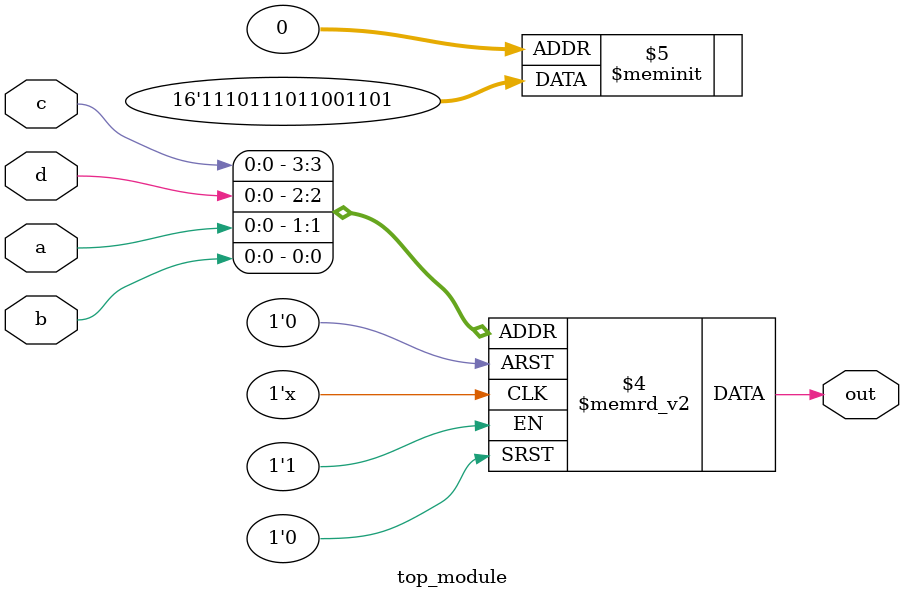
<source format=sv>
module top_module (
    input a,
    input b,
    input c,
    input d,
    output reg out
);

always @* begin
    case ({c, d, a, b})
        4'b0000: out = 1;
        4'b0001: out = 0;
        4'b0010: out = 1;
        4'b0011: out = 1;
        4'b0100: out = 0;
        4'b0101: out = 0;
        4'b0110: out = 1;
        4'b0111: out = 1;
        4'b1000: out = 0;
        4'b1001: out = 1;
        4'b1010: out = 1;
        4'b1011: out = 1;
        4'b1100: out = 0;
        4'b1101: out = 1;
        4'b1110: out = 1;
        4'b1111: out = 1;
    endcase
end

endmodule

</source>
